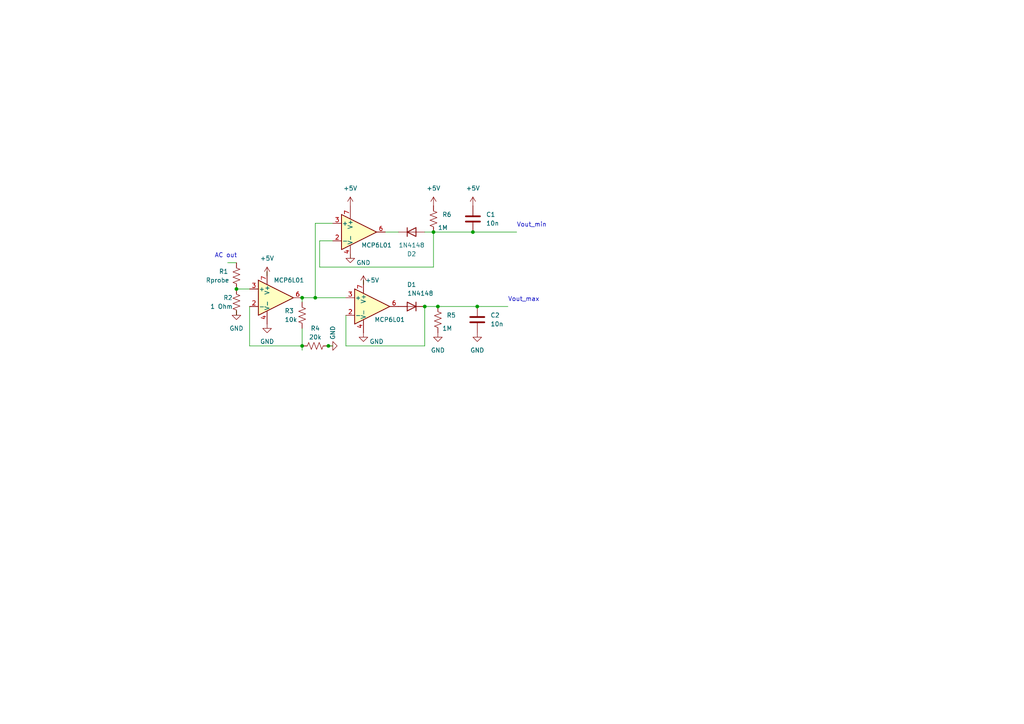
<source format=kicad_sch>
(kicad_sch (version 20230121) (generator eeschema)
  (paper "A4")
  (lib_symbols
    (symbol "Amplifier_Operational:MCP601-xST" (pin_names (offset 0.127))
      (property "Reference" "U" (at 0 6.35 0))
      (property "Value" "MCP601-xST" (at 0 3.81 0))
      (symbol "MCP601-xST_0_1"
        (polyline (pts (xy -5.08 5.08) (xy 5.08 0) (xy -5.08 -5.08) (xy -5.08 5.08)) (stroke (width 0.254)) (fill (type background)))
      )
      (symbol "MCP601-xST_1_1"
        (pin no_connect line (at -2.54 2.54 270) (length 2.54) hide (name "NC") (number "1"))
        (pin input line (at -7.62 -2.54 0) (length 2.54) (name "-") (number "2"))
        (pin input line (at -7.62 2.54 0) (length 2.54) (name "+") (number "3"))
        (pin power_in line (at -2.54 -7.62 90) (length 3.81) (name "V-") (number "4"))
        (pin no_connect line (at 0 2.54 270) (length 2.54) hide (name "NC") (number "5"))
        (pin output line (at 7.62 0 180) (length 2.54) (name "~") (number "6"))
        (pin power_in line (at -2.54 7.62 270) (length 3.81) (name "V+") (number "7"))
        (pin no_connect line (at 0 -2.54 90) (length 2.54) hide (name "NC") (number "8"))
      )
    )
    (symbol "Device:C" (pin_numbers hide) (pin_names (offset 0.254))
      (property "Reference" "C" (at 0.635 2.54 0))
      (property "Value" "C" (at 0.635 -2.54 0))
      (symbol "C_0_1"
        (polyline (pts (xy -2.032 -0.762) (xy 2.032 -0.762)) (stroke (width 0.508)))
        (polyline (pts (xy -2.032 0.762) (xy 2.032 0.762)) (stroke (width 0.508)))
      )
      (symbol "C_1_1"
        (pin passive line (at 0 3.81 270) (length 2.794) (name "~") (number "1"))
        (pin passive line (at 0 -3.81 90) (length 2.794) (name "~") (number "2"))
      )
    )
    (symbol "Device:D" (pin_numbers hide) (pin_names (offset 1.016) hide)
      (property "Reference" "D" (at 0 2.54 0))
      (property "Value" "D" (at 0 -2.54 0))
      (symbol "D_0_1"
        (polyline (pts (xy -1.27 1.27) (xy -1.27 -1.27)) (stroke (width 0.254)))
        (polyline (pts (xy 1.27 0) (xy -1.27 0)))
        (polyline (pts (xy 1.27 1.27) (xy 1.27 -1.27) (xy -1.27 0) (xy 1.27 1.27)) (stroke (width 0.254)))
      )
      (symbol "D_1_1"
        (pin passive line (at -3.81 0 0) (length 2.54) (name "K") (number "1"))
        (pin passive line (at 3.81 0 180) (length 2.54) (name "A") (number "2"))
      )
    )
    (symbol "Device:R_US" (pin_numbers hide) (pin_names (offset 0))
      (property "Reference" "R" (at 2.54 0 90))
      (property "Value" "R_US" (at -2.54 0 90))
      (symbol "R_US_0_1"
        (polyline (pts (xy 0 -2.286) (xy 0 -2.54)))
        (polyline (pts (xy 0 2.286) (xy 0 2.54)))
        (polyline (pts (xy 0 -0.762) (xy 1.016 -1.143) (xy 0 -1.524) (xy -1.016 -1.905) (xy 0 -2.286)))
        (polyline (pts (xy 0 0.762) (xy 1.016 0.381) (xy 0 0) (xy -1.016 -0.381) (xy 0 -0.762)))
        (polyline (pts (xy 0 2.286) (xy 1.016 1.905) (xy 0 1.524) (xy -1.016 1.143) (xy 0 0.762)))
      )
      (symbol "R_US_1_1"
        (pin passive line (at 0 3.81 270) (length 1.27) (name "~") (number "1"))
        (pin passive line (at 0 -3.81 90) (length 1.27) (name "~") (number "2"))
      )
    )
    (symbol "power:+5V" (power) (pin_names (offset 0))
      (property "Value" "+5V" (at 0 3.556 0))
      (symbol "+5V_0_1"
        (polyline (pts (xy -0.762 1.27) (xy 0 2.54)))
        (polyline (pts (xy 0 0) (xy 0 2.54)))
        (polyline (pts (xy 0 2.54) (xy 0.762 1.27)))
      )
      (symbol "+5V_1_1"
        (pin power_in line (at 0 0 90) (length 0) hide (name "+5V") (number "1"))
      )
    )
    (symbol "power:GND" (power) (pin_names (offset 0))
      (property "Value" "GND" (at 0 -3.81 0))
      (symbol "GND_0_1"
        (polyline (pts (xy 0 0) (xy 0 -1.27) (xy 1.27 -1.27) (xy 0 -2.54) (xy -1.27 -1.27) (xy 0 -1.27)))
      )
      (symbol "GND_1_1"
        (pin power_in line (at 0 0 270) (length 0) hide (name "GND") (number "1"))
      )
    )
  )
  (junction (at 87.63 100.33))
  (junction (at 125.73 67.31))
  (junction (at 91.44 86.36))
  (junction (at 137.16 67.31))
  (junction (at 68.58 83.82))
  (junction (at 95.25 100.33))
  (junction (at 123.19 88.9))
  (junction (at 87.63 86.36))
  (junction (at 127 88.9))
  (junction (at 138.43 88.9))
  (wire (pts (xy 95.25 100.33) (xy 96.52 100.33)))
  (wire (pts (xy 68.58 90.17) (xy 68.58 91.44)))
  (wire (pts (xy 87.63 100.33) (xy 87.63 101.6)))
  (wire (pts (xy 91.44 64.77) (xy 96.52 64.77)))
  (wire (pts (xy 87.63 87.63) (xy 87.63 86.36)))
  (wire (pts (xy 92.71 77.47) (xy 92.71 69.85)))
  (wire (pts (xy 127 88.9) (xy 138.43 88.9)))
  (wire (pts (xy 72.39 100.33) (xy 87.63 100.33)))
  (wire (pts (xy 92.71 69.85) (xy 96.52 69.85)))
  (wire (pts (xy 100.33 100.33) (xy 123.19 100.33)))
  (wire (pts (xy 91.44 86.36) (xy 91.44 64.77)))
  (wire (pts (xy 68.58 83.82) (xy 72.39 83.82)))
  (wire (pts (xy 101.6 73.66) (xy 101.6 74.93)))
  (wire (pts (xy 125.73 67.31) (xy 125.73 77.47)))
  (wire (pts (xy 87.63 95.25) (xy 87.63 100.33)))
  (wire (pts (xy 125.73 67.31) (xy 137.16 67.31)))
  (wire (pts (xy 77.47 80.01) (xy 77.47 78.74)))
  (wire (pts (xy 100.33 91.44) (xy 100.33 100.33)))
  (wire (pts (xy 91.44 86.36) (xy 100.33 86.36)))
  (wire (pts (xy 137.16 67.31) (xy 149.86 67.31)))
  (wire (pts (xy 123.19 100.33) (xy 123.19 88.9)))
  (wire (pts (xy 66.04 76.2) (xy 68.58 76.2)))
  (wire (pts (xy 115.57 67.31) (xy 111.76 67.31)))
  (wire (pts (xy 125.73 77.47) (xy 92.71 77.47)))
  (wire (pts (xy 123.19 88.9) (xy 127 88.9)))
  (wire (pts (xy 91.44 86.36) (xy 87.63 86.36)))
  (wire (pts (xy 123.19 67.31) (xy 125.73 67.31)))
  (wire (pts (xy 72.39 88.9) (xy 72.39 100.33)))
  (wire (pts (xy 138.43 88.9) (xy 147.32 88.9)))
  (wire (pts (xy 105.41 82.55) (xy 105.41 81.28)))
  (text "Vout_max" (at 147.32 87.63 0) (effects (font (size 1.27 1.27)) (justify left bottom)))
  (text "Vout_min" (at 149.86 66.04 0) (effects (font (size 1.27 1.27)) (justify left bottom)))
  (text "AC out" (at 62.23 74.93 0) (effects (font (size 1.27 1.27)) (justify left bottom)))
  (symbol (lib_id "Device:D") (at 119.38 88.9 180) (unit 1)
    (property "Reference" "D1" (at 119.38 82.55 0))
    (property "Value" "1N4148" (at 121.92 85.09 0))
    (property "Sim.Device" "D" (effects hide))
    (property "Sim.Pins" "1=K 2=A" (effects hide))
  )
  (symbol (lib_id "Device:R_US") (at 87.63 91.44 0) (unit 1)
    (property "Reference" "R3" (at 82.55 90.17 0) (effects (justify left)))
    (property "Value" "10k" (at 82.55 92.71 0) (effects (justify left)))
  )
  (symbol (lib_id "Device:R_US") (at 91.44 100.33 270) (unit 1)
    (property "Reference" "R4" (at 91.44 95.25 90))
    (property "Value" "20k" (at 91.44 97.79 90))
  )
  (symbol (lib_id "Amplifier_Operational:MCP601-xST") (at 104.14 67.31 0) (unit 1)
    (property "Reference" "U3" (effects hide))
    (property "Value" "MCP6L01" (at 109.22 71.12 0))
    (property "Footprint" "Package_SO:TSSOP-8_4.4x3mm_P0.65mm" (effects hide))
    (property "Datasheet" "http://ww1.microchip.com/downloads/en/DeviceDoc/21314g.pdf" (effects hide))
  )
  (symbol (lib_id "power:+5V") (at 105.41 82.55 0) (unit 1)
    (property "Reference" "#PWR08" (effects hide))
    (property "Value" "+5V" (at 107.95 81.28 0))
  )
  (symbol (lib_id "power:+5V") (at 125.73 59.69 0) (unit 1)
    (property "Reference" "#PWR011" (effects hide))
    (property "Value" "+5V" (at 125.73 54.61 0))
  )
  (symbol (lib_id "Amplifier_Operational:MCP601-xST") (at 107.95 88.9 0) (unit 1)
    (property "Reference" "U2" (effects hide))
    (property "Value" "MCP6L01" (at 113.03 92.71 0))
    (property "Footprint" "Package_SO:TSSOP-8_4.4x3mm_P0.65mm" (effects hide))
    (property "Datasheet" "http://ww1.microchip.com/downloads/en/DeviceDoc/21314g.pdf" (effects hide))
  )
  (symbol (lib_id "Amplifier_Operational:MCP601-xST") (at 80.01 86.36 0) (unit 1)
    (property "Reference" "U1" (effects hide))
    (property "Value" "MCP6L01" (at 83.82 81.28 0))
    (property "Footprint" "Package_SO:TSSOP-8_4.4x3mm_P0.65mm" (effects hide))
    (property "Datasheet" "http://ww1.microchip.com/downloads/en/DeviceDoc/21314g.pdf" (effects hide))
  )
  (symbol (lib_id "power:+5V") (at 77.47 80.01 0) (unit 1)
    (property "Reference" "#PWR02" (effects hide))
    (property "Value" "+5V" (at 77.47 74.93 0))
  )
  (symbol (lib_id "power:+5V") (at 101.6 59.69 0) (unit 1)
    (property "Reference" "#PWR09" (effects hide))
    (property "Value" "+5V" (at 101.6 54.61 0))
  )
  (symbol (lib_id "power:GND") (at 127 96.52 0) (unit 1)
    (property "Reference" "#PWR06" (effects hide))
    (property "Value" "GND" (at 127 101.6 0))
  )
  (symbol (lib_id "power:GND") (at 101.6 73.66 0) (unit 1)
    (property "Reference" "#PWR010" (effects hide))
    (property "Value" "GND" (at 105.41 76.2 0))
  )
  (symbol (lib_id "power:+5V") (at 137.16 59.69 0) (unit 1)
    (property "Reference" "#PWR012" (effects hide))
    (property "Value" "+5V" (at 137.16 54.61 0))
  )
  (symbol (lib_id "power:GND") (at 138.43 96.52 0) (unit 1)
    (property "Reference" "#PWR07" (effects hide))
    (property "Value" "GND" (at 138.43 101.6 0))
  )
  (symbol (lib_id "Device:R_US") (at 68.58 80.01 0) (unit 1)
    (property "Reference" "R1" (at 63.5 78.74 0) (effects (justify left)))
    (property "Value" "Rprobe" (at 59.69 81.28 0) (effects (justify left)))
  )
  (symbol (lib_id "Device:C") (at 137.16 63.5 0) (unit 1)
    (property "Reference" "C1" (at 140.97 62.23 0) (effects (justify left)))
    (property "Value" "10n" (at 140.97 64.77 0) (effects (justify left)))
  )
  (symbol (lib_id "power:GND") (at 77.47 93.98 0) (unit 1)
    (property "Reference" "#PWR04" (effects hide))
    (property "Value" "GND" (at 77.47 99.06 0))
  )
  (symbol (lib_id "power:GND") (at 68.58 90.17 0) (unit 1)
    (property "Reference" "#PWR01" (effects hide))
    (property "Value" "GND" (at 68.58 95.25 0))
  )
  (symbol (lib_id "Device:R_US") (at 125.73 63.5 0) (unit 1)
    (property "Reference" "R6" (at 128.27 62.23 0) (effects (justify left)))
    (property "Value" "1M" (at 127 66.04 0) (effects (justify left)))
  )
  (symbol (lib_id "power:GND") (at 95.25 100.33 90) (unit 1)
    (property "Reference" "#PWR03" (effects hide))
    (property "Value" "GND" (at 96.52 96.52 0))
  )
  (symbol (lib_id "power:GND") (at 105.41 96.52 0) (unit 1)
    (property "Reference" "#PWR05" (effects hide))
    (property "Value" "GND" (at 109.22 99.06 0))
  )
  (symbol (lib_id "Device:D") (at 119.38 67.31 0) (unit 1)
    (property "Reference" "D2" (at 119.38 73.66 0))
    (property "Value" "1N4148" (at 119.38 71.12 0))
    (property "Sim.Device" "D" (effects hide))
    (property "Sim.Pins" "1=K 2=A" (effects hide))
  )
  (symbol (lib_id "Device:C") (at 138.43 92.71 0) (unit 1)
    (property "Reference" "C2" (at 142.24 91.44 0) (effects (justify left)))
    (property "Value" "10n" (at 142.24 93.98 0) (effects (justify left)))
  )
  (symbol (lib_id "Device:R_US") (at 68.58 87.63 0) (unit 1)
    (property "Reference" "R2" (at 64.77 86.36 0) (effects (justify left)))
    (property "Value" "1 Ohm" (at 60.96 88.9 0) (effects (justify left)))
  )
  (symbol (lib_id "Device:R_US") (at 127 92.71 0) (unit 1)
    (property "Reference" "R5" (at 129.54 91.44 0) (effects (justify left)))
    (property "Value" "1M" (at 128.27 95.25 0) (effects (justify left)))
  )
)
</source>
